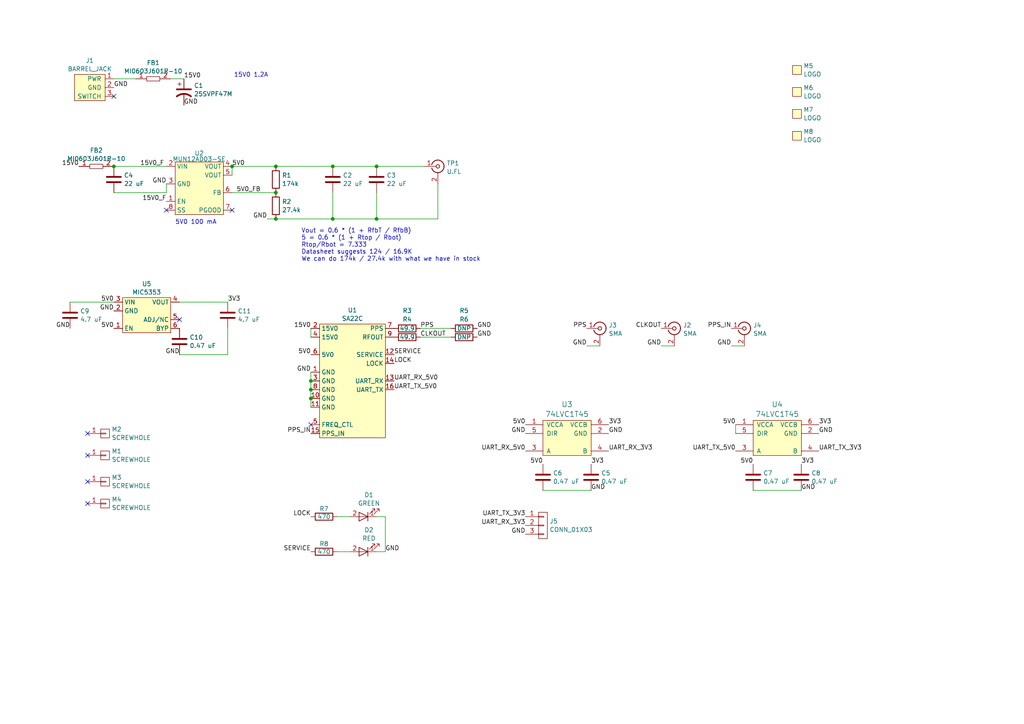
<source format=kicad_sch>
(kicad_sch (version 20231120) (generator "eeschema") (generator_version "8.0")
  (paper "A4")
  (title_block (date "2024-06-09") (rev "Symmetricom SA.22C breakout"))
  (lib_symbols
    (symbol "conn:CONN_01X01" (pin_names (offset 1.016) hide)
      (property "Reference" "J" (at 0 2.54 0))
      (property "Value" "CONN_01X01" (at 2.54 0 90))
      (symbol "CONN_01X01_0_1"
        (rectangle (start -1.27 0.127) (end 0.254 -0.127))
        (rectangle (start -1.27 1.27) (end 1.27 -1.27))
      )
      (symbol "CONN_01X01_1_1"
        (pin passive line (at -5.08 0 0) (length 3.81) (name "P1") (number "1"))
      )
    )
    (symbol "conn:CONN_01X03" (pin_names (offset 1.016) hide)
      (property "Reference" "J" (at 0 5.08 0))
      (property "Value" "CONN_01X03" (at 2.54 0 90))
      (symbol "CONN_01X03_0_1"
        (rectangle (start -1.27 -2.413) (end 0.254 -2.667))
        (rectangle (start -1.27 0.127) (end 0.254 -0.127))
        (rectangle (start -1.27 2.667) (end 0.254 2.413))
        (rectangle (start -1.27 3.81) (end 1.27 -3.81))
      )
      (symbol "CONN_01X03_1_1"
        (pin passive line (at -5.08 2.54 0) (length 3.81) (name "P1") (number "1"))
        (pin passive line (at -5.08 0 0) (length 3.81) (name "P2") (number "2"))
        (pin passive line (at -5.08 -2.54 0) (length 3.81) (name "P3") (number "3"))
      )
    )
    (symbol "conn:CONN_COAXIAL" (pin_names (offset 1.016) hide)
      (property "Reference" "J" (at 0.254 3.048 0))
      (property "Value" "CONN_COAXIAL" (at 2.921 0 90))
      (symbol "CONN_COAXIAL_0_1"
        (arc (start -1.778 -0.508) (mid 0.2311 -1.8066) (end 1.778 0) (stroke (width 0.254)))
        (polyline (pts (xy -1.27 0) (xy -0.508 0)))
        (polyline (pts (xy 0 -2.54) (xy 0 -1.778)))
        (circle (center 0 0) (radius 0.508) (stroke (width 0.2032)))
        (arc (start 1.778 0) (mid 0.2099 1.8101) (end -1.778 0.508) (stroke (width 0.254)))
      )
      (symbol "CONN_COAXIAL_1_1"
        (pin passive line (at -3.81 0 0) (length 2.54) (name "In") (number "1"))
        (pin passive line (at 0 -5.08 90) (length 2.54) (name "Ext") (number "2"))
      )
    )
    (symbol "device:C" (pin_numbers hide) (pin_names (offset 0.254))
      (property "Reference" "C" (at 0.635 2.54 0))
      (property "Value" "C" (at 0.635 -2.54 0))
      (symbol "C_0_1"
        (polyline (pts (xy -2.032 -0.762) (xy 2.032 -0.762)) (stroke (width 0.508)))
        (polyline (pts (xy -2.032 0.762) (xy 2.032 0.762)) (stroke (width 0.508)))
      )
      (symbol "C_1_1"
        (pin passive line (at 0 3.81 270) (length 2.794) (name "~") (number "1"))
        (pin passive line (at 0 -3.81 90) (length 2.794) (name "~") (number "2"))
      )
    )
    (symbol "device:CP1" (pin_numbers hide) (pin_names (offset 0.254) hide)
      (property "Reference" "C" (at 0.635 2.54 0))
      (property "Value" "CP1" (at 0.635 -2.54 0))
      (symbol "CP1_0_1"
        (polyline (pts (xy -2.032 0.762) (xy 2.032 0.762)) (stroke (width 0.508)))
        (polyline (pts (xy -1.778 2.286) (xy -0.762 2.286)))
        (polyline (pts (xy -1.27 1.778) (xy -1.27 2.794)))
        (arc (start 2.032 -1.27) (mid 0 -0.5572) (end -2.032 -1.27) (stroke (width 0.508)))
      )
      (symbol "CP1_1_1"
        (pin passive line (at 0 3.81 270) (length 2.794) (name "~") (number "1"))
        (pin passive line (at 0 -3.81 90) (length 3.302) (name "~") (number "2"))
      )
    )
    (symbol "device:LED" (pin_names (offset 1.016) hide)
      (property "Reference" "D" (at 0 2.54 0))
      (property "Value" "LED" (at 0 -2.54 0))
      (symbol "LED_0_1"
        (polyline (pts (xy -1.27 -1.27) (xy -1.27 1.27)) (stroke (width 0.2032)))
        (polyline (pts (xy -1.27 0) (xy 1.27 0)))
        (polyline (pts (xy 1.27 -1.27) (xy 1.27 1.27) (xy -1.27 0) (xy 1.27 -1.27)) (stroke (width 0.2032)))
        (polyline (pts (xy -3.048 -0.762) (xy -4.572 -2.286) (xy -3.81 -2.286) (xy -4.572 -2.286) (xy -4.572 -1.524)))
        (polyline (pts (xy -1.778 -0.762) (xy -3.302 -2.286) (xy -2.54 -2.286) (xy -3.302 -2.286) (xy -3.302 -1.524)))
      )
      (symbol "LED_1_1"
        (pin passive line (at -3.81 0 0) (length 2.54) (name "K") (number "1"))
        (pin passive line (at 3.81 0 180) (length 2.54) (name "A") (number "2"))
      )
    )
    (symbol "device:R" (pin_numbers hide) (pin_names (offset 0))
      (property "Reference" "R" (at 2.032 0 90))
      (property "Value" "R" (at 0 0 90))
      (symbol "R_0_1"
        (rectangle (start -1.016 -2.54) (end 1.016 2.54) (stroke (width 0.254)))
      )
      (symbol "R_1_1"
        (pin passive line (at 0 3.81 270) (length 1.27) (name "~") (number "1"))
        (pin passive line (at 0 -3.81 90) (length 1.27) (name "~") (number "2"))
      )
    )
    (symbol "passive-azonenberg:FERRITE_SMALL2" (pin_names (offset 1.016))
      (property "Reference" "FB" (at 0 2.54 0))
      (property "Value" "FERRITE_SMALL2" (at 0 -2.54 0))
      (symbol "FERRITE_SMALL2_0_1"
        (rectangle (start -1.905 0.635) (end 1.905 -0.635))
      )
      (symbol "FERRITE_SMALL2_1_1"
        (pin input line (at -5.08 0 0) (length 3.175) (name "~") (number "1"))
        (pin power_out line (at 5.08 0 180) (length 3.175) (name "~") (number "2"))
      )
    )
    (symbol "power-azonenberg:BARREL_JACK" (pin_names (offset 1.016))
      (property "Reference" "J" (at 1.27 -1.27 0))
      (property "Value" "BARREL_JACK" (at 6.35 -3.81 0))
      (symbol "BARREL_JACK_0_1"
        (rectangle (start 0 7.62) (end -8.89 0) (fill (type background)))
      )
      (symbol "BARREL_JACK_1_1"
        (pin power_out line (at 2.54 6.35 180) (length 2.54) (name "PWR") (number "1"))
        (pin power_out line (at 2.54 3.81 180) (length 2.54) (name "GND") (number "2"))
        (pin passive line (at 2.54 1.27 180) (length 2.54) (name "SWITCH") (number "3"))
      )
    )
    (symbol "power-azonenberg:MIC5353"
      (property "Reference" "U" (at 0 -2.286 0))
      (symbol "MIC5353_1_1"
        (rectangle (start 0 10.16) (end 13.97 0) (fill (type background)))
        (pin input line (at -2.54 1.27 0) (length 2.54) (name "EN") (number "1"))
        (pin power_in line (at -2.54 6.35 0) (length 2.54) (name "GND") (number "2"))
        (pin power_in line (at -2.54 8.89 0) (length 2.54) (name "VIN") (number "3"))
        (pin power_out line (at 16.51 8.89 180) (length 2.54) (name "VOUT") (number "4"))
        (pin input line (at 16.51 3.81 180) (length 2.54) (name "ADJ/NC") (number "5"))
        (pin power_out line (at 16.51 1.27 180) (length 2.54) (name "BYP") (number "6"))
      )
    )
    (symbol "power-azonenberg:MUN12AD03-SE"
      (property "Reference" "U" (at 0 -3.048 0))
      (symbol "MUN12AD03-SE_1_1"
        (rectangle (start 0 15.24) (end 13.97 0) (fill (type background)))
        (pin input line (at -2.54 3.81 0) (length 2.54) (name "EN") (number "1"))
        (pin power_in line (at -2.54 13.97 0) (length 2.54) (name "VIN") (number "2"))
        (pin power_in line (at -2.54 8.89 0) (length 2.54) (name "GND") (number "3"))
        (pin power_out line (at 16.51 13.97 180) (length 2.54) (name "VOUT") (number "4"))
        (pin power_in line (at 16.51 11.43 180) (length 2.54) (name "VOUT") (number "5"))
        (pin input line (at 16.51 6.35 180) (length 2.54) (name "FB") (number "6"))
        (pin open_collector line (at 16.51 1.27 180) (length 2.54) (name "PGOOD") (number "7"))
        (pin input line (at -2.54 1.27 0) (length 2.54) (name "SS") (number "8"))
      )
    )
    (symbol "special-azonenberg:74AVC1T45" (pin_names (offset 1.016))
      (property "Reference" "U" (at 0 -1.27 0))
      (property "Value" "74AVC1T45" (at 21.59 -1.27 0))
      (symbol "74AVC1T45_0_1"
        (rectangle (start 0 10.16) (end 13.97 0) (fill (type background)))
      )
      (symbol "74AVC1T45_1_1"
        (pin power_in line (at -5.08 8.89 0) (length 5.08) (name "VCCA") (number "1"))
        (pin power_in line (at 19.05 6.35 180) (length 5.08) (name "GND") (number "2"))
        (pin bidirectional line (at -5.08 1.27 0) (length 5.08) (name "A") (number "3"))
        (pin bidirectional line (at 19.05 1.27 180) (length 5.08) (name "B") (number "4"))
        (pin input line (at -5.08 6.35 0) (length 5.08) (name "DIR") (number "5"))
        (pin power_in line (at 19.05 8.89 180) (length 5.08) (name "VCCB") (number "6"))
      )
    )
    (symbol "special-azonenberg:MECHANICAL" (pin_names (offset 1.016))
      (property "Reference" "M" (at 0 -2.54 0))
      (property "Value" "MECHANICAL" (at 0 -5.08 0))
      (symbol "MECHANICAL_0_1"
        (rectangle (start 0 1.27) (end 2.54 -1.27) (fill (type background)))
      )
    )
    (symbol "special-azonenberg:SYMMETRICOM_SA22C"
      (property "Reference" "U" (at 0 -2.794 0))
      (symbol "SYMMETRICOM_SA22C_1_1"
        (rectangle (start 0 33.02) (end 19.05 0) (fill (type background)))
        (pin power_in line (at -2.54 19.05 0) (length 2.54) (name "GND") (number "1"))
        (pin power_in line (at -2.54 11.43 0) (length 2.54) (name "GND") (number "10"))
        (pin power_in line (at -2.54 8.89 0) (length 2.54) (name "GND") (number "11"))
        (pin output line (at 21.59 24.13 180) (length 2.54) (name "SERVICE") (number "12"))
        (pin input line (at 21.59 16.51 180) (length 2.54) (name "UART_RX") (number "13"))
        (pin output line (at 21.59 21.59 180) (length 2.54) (name "LOCK") (number "14"))
        (pin input line (at -2.54 1.27 0) (length 2.54) (name "PPS_IN") (number "15"))
        (pin output line (at 21.59 13.97 180) (length 2.54) (name "UART_TX") (number "16"))
        (pin power_in line (at -2.54 31.75 0) (length 2.54) (name "15V0") (number "2"))
        (pin power_in line (at -2.54 16.51 0) (length 2.54) (name "GND") (number "3"))
        (pin power_in line (at -2.54 29.21 0) (length 2.54) (name "15V0") (number "4"))
        (pin input line (at -2.54 3.81 0) (length 2.54) (name "FREQ_CTL") (number "5"))
        (pin power_in line (at -2.54 24.13 0) (length 2.54) (name "5V0") (number "6"))
        (pin output line (at 21.59 31.75 180) (length 2.54) (name "PPS") (number "7"))
        (pin power_in line (at -2.54 13.97 0) (length 2.54) (name "GND") (number "8"))
        (pin output line (at 21.59 29.21 180) (length 2.54) (name "RFOUT") (number "9"))
      )
    )
  )
  (junction (at 96.52 63.5))
  (junction (at 90.17 115.57))
  (junction (at 90.17 110.49))
  (junction (at 96.52 48.26))
  (junction (at 109.22 48.26))
  (junction (at 109.22 63.5))
  (junction (at 80.01 63.5))
  (junction (at 90.17 113.03))
  (junction (at 80.01 48.26))
  (junction (at 80.01 55.88))
  (junction (at 33.02 48.26))
  (junction (at 67.31 48.26))
  (no_connect (at 25.4 125.73))
  (no_connect (at 33.02 27.94))
  (no_connect (at 90.17 123.19))
  (no_connect (at 67.31 60.96))
  (no_connect (at 25.4 146.05))
  (no_connect (at 25.4 139.7))
  (no_connect (at 52.07 92.71))
  (no_connect (at 48.26 60.96))
  (no_connect (at 25.4 132.08))
  (wire (pts (xy 77.47 63.5) (xy 80.01 63.5)))
  (wire (pts (xy 121.92 97.79) (xy 130.81 97.79)))
  (wire (pts (xy 49.53 22.86) (xy 53.34 22.86)))
  (wire (pts (xy 218.44 142.24) (xy 232.41 142.24)))
  (wire (pts (xy 66.04 102.87) (xy 52.07 102.87)))
  (wire (pts (xy 33.02 22.86) (xy 39.37 22.86)))
  (wire (pts (xy 96.52 48.26) (xy 109.22 48.26)))
  (wire (pts (xy 111.76 149.86) (xy 111.76 160.02)))
  (wire (pts (xy 109.22 149.86) (xy 111.76 149.86)))
  (wire (pts (xy 212.09 100.33) (xy 215.9 100.33)))
  (wire (pts (xy 109.22 48.26) (xy 123.19 48.26)))
  (wire (pts (xy 48.26 53.34) (xy 48.26 55.88)))
  (wire (pts (xy 97.79 160.02) (xy 101.6 160.02)))
  (wire (pts (xy 191.77 100.33) (xy 195.58 100.33)))
  (wire (pts (xy 170.18 100.33) (xy 173.99 100.33)))
  (wire (pts (xy 90.17 115.57) (xy 90.17 118.11)))
  (wire (pts (xy 66.04 95.25) (xy 66.04 102.87)))
  (wire (pts (xy 67.31 48.26) (xy 67.31 50.8)))
  (wire (pts (xy 33.02 48.26) (xy 48.26 48.26)))
  (wire (pts (xy 109.22 63.5) (xy 96.52 63.5)))
  (wire (pts (xy 90.17 110.49) (xy 90.17 113.03)))
  (wire (pts (xy 52.07 87.63) (xy 66.04 87.63)))
  (wire (pts (xy 90.17 107.95) (xy 90.17 110.49)))
  (wire (pts (xy 48.26 55.88) (xy 33.02 55.88)))
  (wire (pts (xy 67.31 48.26) (xy 80.01 48.26)))
  (wire (pts (xy 80.01 63.5) (xy 96.52 63.5)))
  (wire (pts (xy 80.01 48.26) (xy 96.52 48.26)))
  (wire (pts (xy 96.52 63.5) (xy 96.52 55.88)))
  (wire (pts (xy 90.17 95.25) (xy 90.17 97.79)))
  (wire (pts (xy 213.36 123.19) (xy 213.36 125.73)))
  (wire (pts (xy 157.48 142.24) (xy 171.45 142.24)))
  (wire (pts (xy 111.76 160.02) (xy 109.22 160.02)))
  (wire (pts (xy 121.92 95.25) (xy 130.81 95.25)))
  (wire (pts (xy 20.32 87.63) (xy 33.02 87.63)))
  (wire (pts (xy 97.79 149.86) (xy 101.6 149.86)))
  (wire (pts (xy 109.22 63.5) (xy 127 63.5)))
  (wire (pts (xy 127 63.5) (xy 127 53.34)))
  (wire (pts (xy 90.17 113.03) (xy 90.17 115.57)))
  (wire (pts (xy 67.31 55.88) (xy 80.01 55.88)))
  (wire (pts (xy 109.22 55.88) (xy 109.22 63.5)))
  (text "15V0 1.2A" (at 67.818 21.844 0) (effects (font (size 1.27 1.27)) (justify left)))
  (text "5V0 100 mA" (at 50.8 64.516 0) (effects (font (size 1.27 1.27)) (justify left)))
  (text "Vout = 0.6 * (1 + RfbT / RfbB)\n5 = 0.6 * (1 + Rtop / Rbot)\nRtop/Rbot = 7.333\nDatasheet suggests 124 / 16.9K\nWe can do 174k / 27.4k with what we have in stock" (at 87.376 71.12 0) (effects (font (size 1.27 1.27)) (justify left)))
  (label "3V3" (at 171.45 134.62 0))
  (label "GND" (at 77.47 63.5 180))
  (label "PPS" (at 170.18 95.25 180))
  (label "GND" (at 191.77 100.33 180))
  (label "15V0" (at 90.17 95.25 180))
  (label "UART_RX_5V0" (at 114.3 110.49 0))
  (label "UART_TX_3V3" (at 237.49 130.81 0))
  (label "GND" (at 138.43 95.25 0))
  (label "GND" (at 171.45 142.24 0))
  (label "5V0" (at 157.48 134.62 180))
  (label "UART_RX_5V0" (at 152.4 130.81 180))
  (label "5V0" (at 67.31 48.26 0))
  (label "5V0" (at 33.02 87.63 180))
  (label "GND" (at 170.18 100.33 180))
  (label "5V0" (at 90.17 102.87 180))
  (label "15V0_F" (at 48.26 58.42 180))
  (label "CLKOUT" (at 191.77 95.25 180))
  (label "GND" (at 111.76 160.02 0))
  (label "15V0_F" (at 40.64 48.26 0))
  (label "UART_TX_5V0" (at 114.3 113.03 0))
  (label "GND" (at 237.49 125.73 0))
  (label "5V0" (at 152.4 123.19 180))
  (label "LOCK" (at 114.3 105.41 0))
  (label "5V0_FB" (at 68.58 55.88 0))
  (label "3V3" (at 237.49 123.19 0))
  (label "GND" (at 232.41 142.24 0))
  (label "GND" (at 33.02 90.17 180))
  (label "PPS" (at 121.92 95.25 0))
  (label "3V3" (at 176.53 123.19 0))
  (label "PPS_IN" (at 212.09 95.25 180))
  (label "5V0" (at 218.44 134.62 180))
  (label "LOCK" (at 90.17 149.86 180))
  (label "GND" (at 212.09 100.33 180))
  (label "GND" (at 33.02 25.4 0))
  (label "UART_RX_3V3" (at 176.53 130.81 0))
  (label "5V0" (at 33.02 95.25 180))
  (label "15V0" (at 53.34 22.86 0))
  (label "GND" (at 52.07 102.87 180))
  (label "GND" (at 20.32 95.25 180))
  (label "GND" (at 53.34 30.48 0))
  (label "CLKOUT" (at 121.92 97.79 0))
  (label "3V3" (at 232.41 134.62 0))
  (label "PPS_IN" (at 90.17 125.73 180))
  (label "GND" (at 176.53 125.73 0))
  (label "SERVICE" (at 114.3 102.87 0))
  (label "GND" (at 152.4 154.94 180))
  (label "UART_RX_3V3" (at 152.4 152.4 180))
  (label "GND" (at 48.26 53.34 180))
  (label "UART_TX_3V3" (at 152.4 149.86 180))
  (label "3V3" (at 66.04 87.63 0))
  (label "GND" (at 138.43 97.79 0))
  (label "GND" (at 152.4 125.73 180))
  (label "15V0" (at 22.86 48.26 180))
  (label "SERVICE" (at 90.17 160.02 180))
  (label "GND" (at 90.17 107.95 180))
  (label "UART_TX_5V0" (at 213.36 130.81 180))
  (label "5V0" (at 213.36 123.19 180))
  (symbol (lib_id "device:LED") (at 105.41 160.02 180) (unit 1)
    (property "Reference" "D2" (at 107.0102 153.7165 0))
    (property "Value" "RED" (at 107.0102 156.1408 0))
    (property "Footprint" "azonenberg_pcb:EIA_0603_LED" (effects (hide yes)))
    (property "Description" "LED generic" (effects (hide yes)))
  )
  (symbol (lib_id "conn:CONN_01X01") (at 30.48 125.73 0) (unit 1)
    (property "Reference" "M2" (at 32.385 124.5178 0) (effects (justify left)))
    (property "Value" "SCREWHOLE" (at 32.385 126.9421 0) (effects (justify left)))
    (property "Footprint" "azonenberg_pcb:MECHANICAL_CLEARANCEHOLE_M3" (effects (hide yes)))
    (property "Description" "Connector, single row, 01x01, pin header" (effects (hide yes)))
  )
  (symbol (lib_id "special-azonenberg:SYMMETRICOM_SA22C") (at 92.71 127 0) (unit 1)
    (property "Reference" "U1" (at 102.235 89.9625 0))
    (property "Value" "SA22C" (at 102.235 92.3868 0))
    (property "Footprint" "azonenberg_pcb:CONN_HEADER_2MM_2x9_SMT" (effects (hide yes)))
  )
  (symbol (lib_id "special-azonenberg:MECHANICAL") (at 229.87 39.37 0) (unit 1)
    (property "Reference" "M8" (at 233.045 38.1578 0) (effects (justify left)))
    (property "Value" "LOGO" (at 233.045 40.5821 0) (effects (justify left)))
    (property "Footprint" "w_logo:Logo_silk_polarity_center_5x1.4mm" (effects (hide yes)))
  )
  (symbol (lib_id "device:C") (at 52.07 99.06 0) (unit 1)
    (property "Reference" "C10" (at 54.991 97.8478 0) (effects (justify left)))
    (property "Value" "0.47 uF" (at 54.991 100.2721 0) (effects (justify left)))
    (property "Footprint" "azonenberg_pcb:EIA_0402_CAP_NOSILK" (effects (hide yes)))
    (property "Description" "Unpolarized capacitor" (effects (hide yes)))
  )
  (symbol (lib_id "conn:CONN_01X01") (at 30.48 146.05 0) (unit 1)
    (property "Reference" "M4" (at 32.385 144.8378 0) (effects (justify left)))
    (property "Value" "SCREWHOLE" (at 32.385 147.2621 0) (effects (justify left)))
    (property "Footprint" "azonenberg_pcb:MECHANICAL_CLEARANCEHOLE_M3" (effects (hide yes)))
    (property "Description" "Connector, single row, 01x01, pin header" (effects (hide yes)))
  )
  (symbol (lib_id "passive-azonenberg:FERRITE_SMALL2") (at 27.94 48.26 0) (unit 1)
    (property "Reference" "FB2" (at 27.94 43.6075 0))
    (property "Value" "MI0603J601R-10" (at 27.94 46.0318 0))
    (property "Footprint" "azonenberg_pcb:EIA_0603_INDUCTOR_NOSILK" (effects (hide yes)))
  )
  (symbol (lib_id "special-azonenberg:MECHANICAL") (at 229.87 20.32 0) (unit 1)
    (property "Reference" "M5" (at 233.045 19.1078 0) (effects (justify left)))
    (property "Value" "LOGO" (at 233.045 21.5321 0) (effects (justify left)))
    (property "Footprint" "azonenberg_pcb:LONGTHING-1200DPI" (effects (hide yes)))
  )
  (symbol (lib_id "device:R") (at 80.01 52.07 0) (unit 1)
    (property "Reference" "R1" (at 81.788 50.8578 0) (effects (justify left)))
    (property "Value" "174k" (at 81.788 53.2821 0) (effects (justify left)))
    (property "Footprint" "azonenberg_pcb:EIA_0402_RES_NOSILK" (effects (hide yes)))
    (property "Description" "Resistor" (effects (hide yes)))
  )
  (symbol (lib_id "device:R") (at 93.98 160.02 90) (unit 1)
    (property "Reference" "R8" (at 93.98 157.734 90))
    (property "Value" "470" (at 93.98 160.02 90))
    (property "Footprint" "azonenberg_pcb:EIA_0402_RES_NOSILK" (effects (hide yes)))
    (property "Description" "Resistor" (effects (hide yes)))
  )
  (symbol (lib_id "conn:CONN_COAXIAL") (at 173.99 95.25 0) (unit 1)
    (property "Reference" "J3" (at 176.5301 94.331 0) (effects (justify left)))
    (property "Value" "SMA" (at 176.5301 96.7553 0) (effects (justify left)))
    (property "Footprint" "azonenberg_pcb:CONN_SMA_EDGE_SAMTEC_SMA_J_P_H_ST_EM1" (effects (hide yes)))
    (property "Description" "coaxial connector (BNC, SMA, SMB, SMC, Cinch/RCA, ...)" (effects (hide yes)))
  )
  (symbol (lib_id "device:C") (at 66.04 91.44 0) (unit 1)
    (property "Reference" "C11" (at 68.961 90.2278 0) (effects (justify left)))
    (property "Value" "4.7 uF" (at 68.961 92.6521 0) (effects (justify left)))
    (property "Footprint" "azonenberg_pcb:EIA_0603_CAP_NOSILK" (effects (hide yes)))
    (property "Description" "Unpolarized capacitor" (effects (hide yes)))
  )
  (symbol (lib_id "conn:CONN_COAXIAL") (at 195.58 95.25 0) (unit 1)
    (property "Reference" "J2" (at 198.1201 94.331 0) (effects (justify left)))
    (property "Value" "SMA" (at 198.1201 96.7553 0) (effects (justify left)))
    (property "Footprint" "azonenberg_pcb:CONN_SMA_EDGE_SAMTEC_SMA_J_P_H_ST_EM1" (effects (hide yes)))
    (property "Description" "coaxial connector (BNC, SMA, SMB, SMC, Cinch/RCA, ...)" (effects (hide yes)))
  )
  (symbol (lib_id "passive-azonenberg:FERRITE_SMALL2") (at 44.45 22.86 0) (unit 1)
    (property "Reference" "FB1" (at 44.45 18.2075 0))
    (property "Value" "MI0603J601R-10" (at 44.45 20.6318 0))
    (property "Footprint" "azonenberg_pcb:EIA_0603_INDUCTOR_NOSILK" (effects (hide yes)))
  )
  (symbol (lib_id "conn:CONN_01X01") (at 30.48 132.08 0) (unit 1)
    (property "Reference" "M1" (at 32.385 130.8678 0) (effects (justify left)))
    (property "Value" "SCREWHOLE" (at 32.385 133.2921 0) (effects (justify left)))
    (property "Footprint" "azonenberg_pcb:MECHANICAL_CLEARANCEHOLE_M3" (effects (hide yes)))
    (property "Description" "Connector, single row, 01x01, pin header" (effects (hide yes)))
  )
  (symbol (lib_id "conn:CONN_01X03") (at 157.48 152.4 0) (unit 1)
    (property "Reference" "J5" (at 159.385 151.1878 0) (effects (justify left)))
    (property "Value" "CONN_01X03" (at 159.385 153.6121 0) (effects (justify left)))
    (property "Footprint" "azonenberg_pcb:CONN_HEADER_2.54MM_1x3" (effects (hide yes)))
    (property "Description" "Connector, single row, 01x03, pin header" (effects (hide yes)))
  )
  (symbol (lib_id "device:R") (at 134.62 95.25 90) (unit 1)
    (property "Reference" "R5" (at 134.62 90.0895 90))
    (property "Value" "DNP" (at 134.62 95.25 90))
    (property "Footprint" "azonenberg_pcb:EIA_0402_RES_NOSILK" (effects (hide yes)))
    (property "Description" "Resistor" (effects (hide yes)))
  )
  (symbol (lib_id "device:C") (at 218.44 138.43 0) (unit 1)
    (property "Reference" "C7" (at 221.361 137.2178 0) (effects (justify left)))
    (property "Value" "0.47 uF" (at 221.361 139.6421 0) (effects (justify left)))
    (property "Footprint" "azonenberg_pcb:EIA_0402_CAP_NOSILK" (effects (hide yes)))
    (property "Description" "Unpolarized capacitor" (effects (hide yes)))
  )
  (symbol (lib_id "conn:CONN_COAXIAL") (at 215.9 95.25 0) (unit 1)
    (property "Reference" "J4" (at 218.4401 94.331 0) (effects (justify left)))
    (property "Value" "SMA" (at 218.4401 96.7553 0) (effects (justify left)))
    (property "Footprint" "azonenberg_pcb:CONN_SMA_EDGE_SAMTEC_SMA_J_P_H_ST_EM1" (effects (hide yes)))
    (property "Description" "coaxial connector (BNC, SMA, SMB, SMC, Cinch/RCA, ...)" (effects (hide yes)))
  )
  (symbol (lib_id "device:C") (at 20.32 91.44 0) (unit 1)
    (property "Reference" "C9" (at 23.241 90.2278 0) (effects (justify left)))
    (property "Value" "4.7 uF" (at 23.241 92.6521 0) (effects (justify left)))
    (property "Footprint" "azonenberg_pcb:EIA_0603_CAP_NOSILK" (effects (hide yes)))
    (property "Description" "Unpolarized capacitor" (effects (hide yes)))
  )
  (symbol (lib_id "special-azonenberg:MECHANICAL") (at 229.87 26.67 0) (unit 1)
    (property "Reference" "M6" (at 233.045 25.4578 0) (effects (justify left)))
    (property "Value" "LOGO" (at 233.045 27.8821 0) (effects (justify left)))
    (property "Footprint" "w_logo:Logo_silk_OSHW_6x6mm" (effects (hide yes)))
  )
  (symbol (lib_id "device:C") (at 33.02 52.07 0) (unit 1)
    (property "Reference" "C4" (at 35.941 50.8578 0) (effects (justify left)))
    (property "Value" "22 uF" (at 35.941 53.2821 0) (effects (justify left)))
    (property "Footprint" "azonenberg_pcb:EIA_1812_CAP_NOSILK" (effects (hide yes)))
    (property "Description" "Unpolarized capacitor" (effects (hide yes)))
  )
  (symbol (lib_id "special-azonenberg:74AVC1T45") (at 157.48 132.08 0) (unit 1)
    (property "Reference" "U3" (at 164.465 117.2896 0) (effects (font (size 1.524 1.524))))
    (property "Value" "74LVC1T45" (at 164.465 120.1225 0) (effects (font (size 1.524 1.524))))
    (property "Footprint" "azonenberg_pcb:DFN_6_0.5MM_1.6x1.6MM_TI_DPK" (effects (hide yes)))
  )
  (symbol (lib_id "device:C") (at 171.45 138.43 0) (unit 1)
    (property "Reference" "C5" (at 174.371 137.2178 0) (effects (justify left)))
    (property "Value" "0.47 uF" (at 174.371 139.6421 0) (effects (justify left)))
    (property "Footprint" "azonenberg_pcb:EIA_0402_CAP_NOSILK" (effects (hide yes)))
    (property "Description" "Unpolarized capacitor" (effects (hide yes)))
  )
  (symbol (lib_id "device:R") (at 93.98 149.86 90) (unit 1)
    (property "Reference" "R7" (at 93.98 147.574 90))
    (property "Value" "470" (at 93.98 149.86 90))
    (property "Footprint" "azonenberg_pcb:EIA_0402_RES_NOSILK" (effects (hide yes)))
    (property "Description" "Resistor" (effects (hide yes)))
  )
  (symbol (lib_id "device:LED") (at 105.41 149.86 180) (unit 1)
    (property "Reference" "D1" (at 107.0102 143.5565 0))
    (property "Value" "GREEN" (at 107.0102 145.9808 0))
    (property "Footprint" "azonenberg_pcb:EIA_0603_LED" (effects (hide yes)))
    (property "Description" "LED generic" (effects (hide yes)))
  )
  (symbol (lib_id "special-azonenberg:MECHANICAL") (at 229.87 33.02 0) (unit 1)
    (property "Reference" "M7" (at 233.045 31.8078 0) (effects (justify left)))
    (property "Value" "LOGO" (at 233.045 34.2321 0) (effects (justify left)))
    (property "Footprint" "w_logo:Logo_silk_WEEE_3.4x5mm" (effects (hide yes)))
  )
  (symbol (lib_id "device:R") (at 80.01 59.69 0) (unit 1)
    (property "Reference" "R2" (at 81.788 58.4778 0) (effects (justify left)))
    (property "Value" "27.4k" (at 81.788 60.9021 0) (effects (justify left)))
    (property "Footprint" "azonenberg_pcb:EIA_0402_RES_NOSILK" (effects (hide yes)))
    (property "Description" "Resistor" (effects (hide yes)))
  )
  (symbol (lib_id "special-azonenberg:74AVC1T45") (at 218.44 132.08 0) (unit 1)
    (property "Reference" "U4" (at 225.425 117.2896 0) (effects (font (size 1.524 1.524))))
    (property "Value" "74LVC1T45" (at 225.425 120.1225 0) (effects (font (size 1.524 1.524))))
    (property "Footprint" "azonenberg_pcb:DFN_6_0.5MM_1.6x1.6MM_TI_DPK" (effects (hide yes)))
  )
  (symbol (lib_id "power-azonenberg:MUN12AD03-SE") (at 50.8 62.23 0) (unit 1)
    (property "Reference" "U2" (at 57.785 44.4585 0))
    (property "Value" "MUN12AD03-SE" (at 57.785 46.1399 0))
    (property "Footprint" "azonenberg_pcb:MODULE_CYNTEC_MUN12AD03-SE" (effects (hide yes)))
  )
  (symbol (lib_id "power-azonenberg:BARREL_JACK") (at 30.48 29.21 0) (unit 1)
    (property "Reference" "J1" (at 26.035 17.5725 0))
    (property "Value" "BARREL_JACK" (at 26.035 19.9968 0))
    (property "Footprint" "azonenberg_pcb:CONN_CUI_PJ-058BH_HIPWR_BARREL_NOSLOT" (effects (hide yes)))
  )
  (symbol (lib_id "device:C") (at 109.22 52.07 0) (unit 1)
    (property "Reference" "C3" (at 112.141 50.8578 0) (effects (justify left)))
    (property "Value" "22 uF" (at 112.141 53.2821 0) (effects (justify left)))
    (property "Footprint" "azonenberg_pcb:EIA_1210_CAP_NOSILK" (effects (hide yes)))
    (property "Description" "Unpolarized capacitor" (effects (hide yes)))
  )
  (symbol (lib_id "device:CP1") (at 53.34 26.67 0) (unit 1)
    (property "Reference" "C1" (at 56.261 24.8228 0) (effects (justify left)))
    (property "Value" "25SVPF47M" (at 56.261 27.2471 0) (effects (justify left)))
    (property "Footprint" "azonenberg_pcb:CAP_AL_6.3MM_SMT" (effects (hide yes)))
    (property "Description" "Polarised capacitor" (effects (hide yes)))
  )
  (symbol (lib_id "power-azonenberg:MIC5353") (at 35.56 96.52 0) (unit 1)
    (property "Reference" "U5" (at 42.545 82.3425 0))
    (property "Value" "MIC5353" (at 42.545 84.7668 0))
    (property "Footprint" "azonenberg_pcb:DFN_6_0.5MM_1.6x1.6MM_TI_DPK" (effects (hide yes)))
  )
  (symbol (lib_id "device:C") (at 157.48 138.43 0) (unit 1)
    (property "Reference" "C6" (at 160.401 137.2178 0) (effects (justify left)))
    (property "Value" "0.47 uF" (at 160.401 139.6421 0) (effects (justify left)))
    (property "Footprint" "azonenberg_pcb:EIA_0402_CAP_NOSILK" (effects (hide yes)))
    (property "Description" "Unpolarized capacitor" (effects (hide yes)))
  )
  (symbol (lib_id "device:R") (at 118.11 97.79 90) (unit 1)
    (property "Reference" "R4" (at 118.11 92.6295 90))
    (property "Value" "49.9" (at 118.11 97.79 90))
    (property "Footprint" "azonenberg_pcb:EIA_0402_RES_NOSILK" (effects (hide yes)))
    (property "Description" "Resistor" (effects (hide yes)))
  )
  (symbol (lib_id "device:R") (at 134.62 97.79 90) (unit 1)
    (property "Reference" "R6" (at 134.62 92.6295 90))
    (property "Value" "DNP" (at 134.62 97.79 90))
    (property "Footprint" "azonenberg_pcb:EIA_0402_RES_NOSILK" (effects (hide yes)))
    (property "Description" "Resistor" (effects (hide yes)))
  )
  (symbol (lib_id "conn:CONN_COAXIAL") (at 127 48.26 0) (unit 1)
    (property "Reference" "TP1" (at 129.54 47.341 0) (effects (justify left)))
    (property "Value" "U.FL" (at 129.54 49.7653 0) (effects (justify left)))
    (property "Footprint" "azonenberg_pcb:CONN_U.FL_TE_1909763-1" (effects (hide yes)))
    (property "Description" "coaxial connector (BNC, SMA, SMB, SMC, Cinch/RCA, ...)" (effects (hide yes)))
  )
  (symbol (lib_id "device:R") (at 118.11 95.25 90) (unit 1)
    (property "Reference" "R3" (at 118.11 90.0895 90))
    (property "Value" "49.9" (at 118.11 95.25 90))
    (property "Footprint" "azonenberg_pcb:EIA_0402_RES_NOSILK" (effects (hide yes)))
    (property "Description" "Resistor" (effects (hide yes)))
  )
  (symbol (lib_id "conn:CONN_01X01") (at 30.48 139.7 0) (unit 1)
    (property "Reference" "M3" (at 32.385 138.4878 0) (effects (justify left)))
    (property "Value" "SCREWHOLE" (at 32.385 140.9121 0) (effects (justify left)))
    (property "Footprint" "azonenberg_pcb:MECHANICAL_CLEARANCEHOLE_M3" (effects (hide yes)))
    (property "Description" "Connector, single row, 01x01, pin header" (effects (hide yes)))
  )
  (symbol (lib_id "device:C") (at 232.41 138.43 0) (unit 1)
    (property "Reference" "C8" (at 235.331 137.2178 0) (effects (justify left)))
    (property "Value" "0.47 uF" (at 235.331 139.6421 0) (effects (justify left)))
    (property "Footprint" "azonenberg_pcb:EIA_0402_CAP_NOSILK" (effects (hide yes)))
    (property "Description" "Unpolarized capacitor" (effects (hide yes)))
  )
  (symbol (lib_id "device:C") (at 96.52 52.07 0) (unit 1)
    (property "Reference" "C2" (at 99.441 50.8578 0) (effects (justify left)))
    (property "Value" "22 uF" (at 99.441 53.2821 0) (effects (justify left)))
    (property "Footprint" "azonenberg_pcb:EIA_1210_CAP_NOSILK" (effects (hide yes)))
    (property "Description" "Unpolarized capacitor" (effects (hide yes)))
  )
)
</source>
